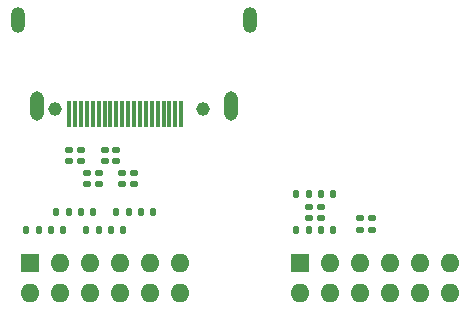
<source format=gts>
G04 #@! TF.GenerationSoftware,KiCad,Pcbnew,8.0.0*
G04 #@! TF.CreationDate,2024-03-17T08:28:34+09:00*
G04 #@! TF.ProjectId,Pmod_DisplayPort,506d6f64-5f44-4697-9370-6c6179506f72,rev?*
G04 #@! TF.SameCoordinates,PXae6870PY2719c40*
G04 #@! TF.FileFunction,Soldermask,Top*
G04 #@! TF.FilePolarity,Negative*
%FSLAX46Y46*%
G04 Gerber Fmt 4.6, Leading zero omitted, Abs format (unit mm)*
G04 Created by KiCad (PCBNEW 8.0.0) date 2024-03-17 08:28:34*
%MOMM*%
%LPD*%
G01*
G04 APERTURE LIST*
G04 Aperture macros list*
%AMRoundRect*
0 Rectangle with rounded corners*
0 $1 Rounding radius*
0 $2 $3 $4 $5 $6 $7 $8 $9 X,Y pos of 4 corners*
0 Add a 4 corners polygon primitive as box body*
4,1,4,$2,$3,$4,$5,$6,$7,$8,$9,$2,$3,0*
0 Add four circle primitives for the rounded corners*
1,1,$1+$1,$2,$3*
1,1,$1+$1,$4,$5*
1,1,$1+$1,$6,$7*
1,1,$1+$1,$8,$9*
0 Add four rect primitives between the rounded corners*
20,1,$1+$1,$2,$3,$4,$5,0*
20,1,$1+$1,$4,$5,$6,$7,0*
20,1,$1+$1,$6,$7,$8,$9,0*
20,1,$1+$1,$8,$9,$2,$3,0*%
G04 Aperture macros list end*
%ADD10R,1.600000X1.600000*%
%ADD11O,1.600000X1.600000*%
%ADD12RoundRect,0.140000X0.170000X-0.140000X0.170000X0.140000X-0.170000X0.140000X-0.170000X-0.140000X0*%
%ADD13RoundRect,0.135000X-0.185000X0.135000X-0.185000X-0.135000X0.185000X-0.135000X0.185000X0.135000X0*%
%ADD14RoundRect,0.135000X0.135000X0.185000X-0.135000X0.185000X-0.135000X-0.185000X0.135000X-0.185000X0*%
%ADD15RoundRect,0.135000X-0.135000X-0.185000X0.135000X-0.185000X0.135000X0.185000X-0.135000X0.185000X0*%
%ADD16C,1.150000*%
%ADD17R,0.300000X2.200000*%
%ADD18O,1.200000X2.200000*%
%ADD19O,1.200000X2.500000*%
%ADD20RoundRect,0.135000X0.185000X-0.135000X0.185000X0.135000X-0.185000X0.135000X-0.185000X-0.135000X0*%
G04 APERTURE END LIST*
D10*
G04 #@! TO.C,J1*
X-6350000Y6350000D03*
D11*
X-3810000Y6350000D03*
X-1270000Y6350000D03*
X1270000Y6350000D03*
X3810000Y6350000D03*
X6350000Y6350000D03*
X-6350000Y3810000D03*
X-3810000Y3810000D03*
X-1270000Y3810000D03*
X1270000Y3810000D03*
X3810000Y3810000D03*
X6350000Y3810000D03*
G04 #@! TD*
D12*
G04 #@! TO.C,C10*
X18288000Y10160000D03*
X18288000Y11120000D03*
G04 #@! TD*
D13*
G04 #@! TO.C,R14*
X21590000Y10164000D03*
X21590000Y9144000D03*
G04 #@! TD*
D12*
G04 #@! TO.C,C4*
X-500000Y13040000D03*
X-500000Y14000000D03*
G04 #@! TD*
D14*
G04 #@! TO.C,R10*
X1528000Y9144000D03*
X508000Y9144000D03*
G04 #@! TD*
D12*
G04 #@! TO.C,C8*
X2500000Y13040000D03*
X2500000Y14000000D03*
G04 #@! TD*
D15*
G04 #@! TO.C,R3*
X16254000Y9146000D03*
X17274000Y9146000D03*
G04 #@! TD*
G04 #@! TO.C,R11*
X1012000Y10668000D03*
X2032000Y10668000D03*
G04 #@! TD*
D10*
G04 #@! TO.C,J2*
X16510000Y6350000D03*
D11*
X19050000Y6350000D03*
X21590000Y6350000D03*
X24130000Y6350000D03*
X26670000Y6350000D03*
X29210000Y6350000D03*
X16510000Y3810000D03*
X19050000Y3810000D03*
X21590000Y3810000D03*
X24130000Y3810000D03*
X26670000Y3810000D03*
X29210000Y3810000D03*
G04 #@! TD*
D12*
G04 #@! TO.C,C2*
X-2000000Y15000000D03*
X-2000000Y15960000D03*
G04 #@! TD*
D14*
G04 #@! TO.C,R4*
X19308000Y9144000D03*
X18288000Y9144000D03*
G04 #@! TD*
D15*
G04 #@! TO.C,R5*
X-6608000Y9144000D03*
X-5588000Y9144000D03*
G04 #@! TD*
D14*
G04 #@! TO.C,R8*
X-1012000Y10668000D03*
X-2032000Y10668000D03*
G04 #@! TD*
D12*
G04 #@! TO.C,C6*
X1000000Y15000000D03*
X1000000Y15960000D03*
G04 #@! TD*
G04 #@! TO.C,C9*
X17272000Y10160000D03*
X17272000Y11120000D03*
G04 #@! TD*
D15*
G04 #@! TO.C,R9*
X-1528000Y9144000D03*
X-508000Y9144000D03*
G04 #@! TD*
D16*
G04 #@! TO.C,CN1*
X8300000Y19366667D03*
X-4200000Y19366667D03*
D17*
X-3000000Y19000000D03*
X-2500000Y19000000D03*
X-2000000Y19000000D03*
X-1500000Y19000000D03*
X-1000000Y19000000D03*
X-500000Y19000000D03*
X0Y19000000D03*
X500000Y19000000D03*
X1000000Y19000000D03*
X1500000Y19000000D03*
X2000000Y19000000D03*
X2500000Y19000000D03*
X3000000Y19000000D03*
X3500000Y19000000D03*
X4000000Y19000000D03*
X4500000Y19000000D03*
X5000000Y19000000D03*
X5500000Y19000000D03*
X6000000Y19000000D03*
X6500000Y19000000D03*
D18*
X12300000Y26896667D03*
D19*
X10700000Y19616667D03*
X-5700000Y19616667D03*
D18*
X-7300000Y26896667D03*
G04 #@! TD*
D12*
G04 #@! TO.C,C5*
X0Y15000000D03*
X0Y15960000D03*
G04 #@! TD*
G04 #@! TO.C,C3*
X-1500000Y13040000D03*
X-1500000Y14000000D03*
G04 #@! TD*
G04 #@! TO.C,C1*
X-3000000Y15000000D03*
X-3000000Y15960000D03*
G04 #@! TD*
D20*
G04 #@! TO.C,R13*
X22606000Y9142000D03*
X22606000Y10162000D03*
G04 #@! TD*
D14*
G04 #@! TO.C,R12*
X4068000Y10668000D03*
X3048000Y10668000D03*
G04 #@! TD*
D15*
G04 #@! TO.C,R1*
X16252000Y12192000D03*
X17272000Y12192000D03*
G04 #@! TD*
G04 #@! TO.C,R7*
X-4068000Y10668000D03*
X-3048000Y10668000D03*
G04 #@! TD*
D12*
G04 #@! TO.C,C7*
X1500000Y13040000D03*
X1500000Y14000000D03*
G04 #@! TD*
D14*
G04 #@! TO.C,R2*
X19308000Y12192000D03*
X18288000Y12192000D03*
G04 #@! TD*
G04 #@! TO.C,R6*
X-3552000Y9144000D03*
X-4572000Y9144000D03*
G04 #@! TD*
M02*

</source>
